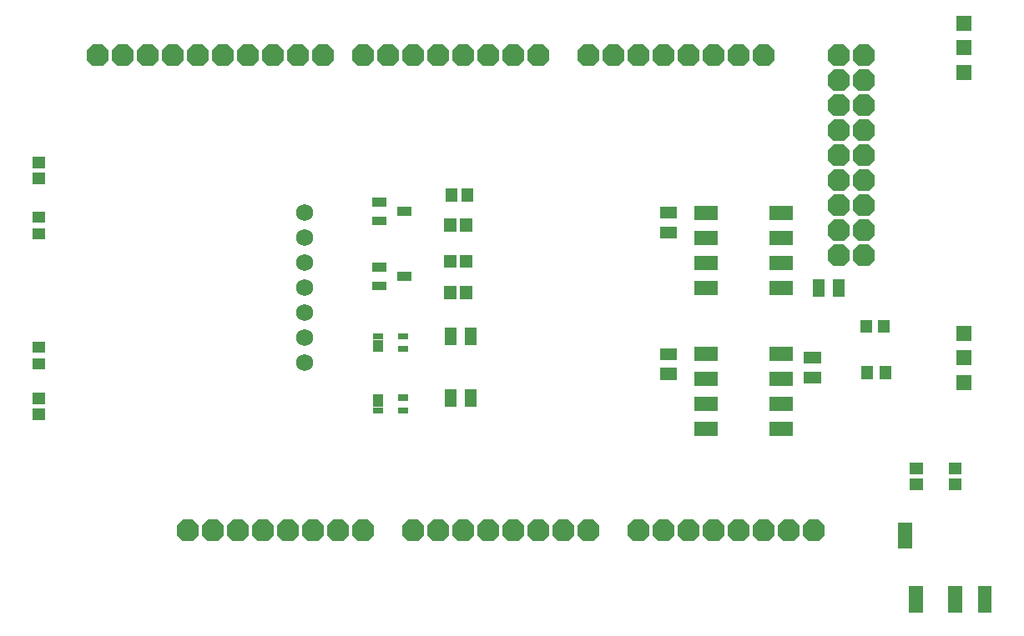
<source format=gts>
G04 Layer: TopSolderMaskLayer*
G04 EasyEDA v6.4.7, 2020-10-15T23:24:37+03:00*
G04 37922d4682a6484ebcb2293b3ba01163,bea71ea263694c76901d4690734711c5,10*
G04 Gerber Generator version 0.2*
G04 Scale: 100 percent, Rotated: No, Reflected: No *
G04 Dimensions in millimeters *
G04 leading zeros omitted , absolute positions ,3 integer and 3 decimal *
%FSLAX33Y33*%
%MOMM*%
G90*
D02*

%ADD31R,1.625600X1.625600*%
%ADD41C,1.727200*%

%LPD*%
G54D31*
G01X97155Y31445D03*
G01X97155Y28956D03*
G01X97155Y26466D03*
G01X97155Y62941D03*
G01X97155Y60452D03*
G01X97155Y57962D03*
G36*
G01X2651Y46603D02*
G01X2651Y47807D01*
G01X3954Y47807D01*
G01X3954Y46603D01*
G01X2651Y46603D01*
G37*
G36*
G01X2651Y48204D02*
G01X2651Y49408D01*
G01X3954Y49408D01*
G01X3954Y48204D01*
G01X2651Y48204D01*
G37*
G36*
G01X2700Y29507D02*
G01X2700Y30609D01*
G01X3903Y30609D01*
G01X3903Y29507D01*
G01X2700Y29507D01*
G37*
G36*
G01X2700Y27807D02*
G01X2700Y28910D01*
G01X3903Y28910D01*
G01X3903Y27807D01*
G01X2700Y27807D01*
G37*
G36*
G01X83837Y35191D02*
G01X83837Y36944D01*
G01X85039Y36944D01*
G01X85039Y35191D01*
G01X83837Y35191D01*
G37*
G36*
G01X81836Y35191D02*
G01X81836Y36944D01*
G01X83040Y36944D01*
G01X83040Y35191D01*
G01X81836Y35191D01*
G37*
G36*
G01X80911Y28338D02*
G01X80911Y29542D01*
G01X82664Y29542D01*
G01X82664Y28338D01*
G01X80911Y28338D01*
G37*
G36*
G01X80911Y26337D02*
G01X80911Y27541D01*
G01X82664Y27541D01*
G01X82664Y26337D01*
G01X80911Y26337D01*
G37*
G36*
G01X2700Y41015D02*
G01X2700Y42118D01*
G01X3903Y42118D01*
G01X3903Y41015D01*
G01X2700Y41015D01*
G37*
G36*
G01X2700Y42715D02*
G01X2700Y43820D01*
G01X3903Y43820D01*
G01X3903Y42715D01*
G01X2700Y42715D01*
G37*
G36*
G01X46499Y24015D02*
G01X46499Y25768D01*
G01X47701Y25768D01*
G01X47701Y24015D01*
G01X46499Y24015D01*
G37*
G36*
G01X44498Y24015D02*
G01X44498Y25768D01*
G01X45702Y25768D01*
G01X45702Y24015D01*
G01X44498Y24015D01*
G37*
G36*
G01X46499Y30238D02*
G01X46499Y31991D01*
G01X47701Y31991D01*
G01X47701Y30238D01*
G01X46499Y30238D01*
G37*
G36*
G01X44498Y30238D02*
G01X44498Y31991D01*
G01X45702Y31991D01*
G01X45702Y30238D01*
G01X44498Y30238D01*
G37*
G36*
G01X66306Y41069D02*
G01X66306Y42273D01*
G01X68059Y42273D01*
G01X68059Y41069D01*
G01X66306Y41069D01*
G37*
G36*
G01X66306Y43070D02*
G01X66306Y44274D01*
G01X68059Y44274D01*
G01X68059Y43070D01*
G01X66306Y43070D01*
G37*
G36*
G01X66306Y26718D02*
G01X66306Y27922D01*
G01X68059Y27922D01*
G01X68059Y26718D01*
G01X66306Y26718D01*
G37*
G36*
G01X66306Y28719D02*
G01X66306Y29923D01*
G01X68059Y29923D01*
G01X68059Y28719D01*
G01X66306Y28719D01*
G37*
G36*
G01X2651Y24201D02*
G01X2651Y25405D01*
G01X3954Y25405D01*
G01X3954Y24201D01*
G01X2651Y24201D01*
G37*
G36*
G01X2651Y22600D02*
G01X2651Y23804D01*
G01X3954Y23804D01*
G01X3954Y22600D01*
G01X2651Y22600D01*
G37*
G36*
G01X86636Y31478D02*
G01X86636Y32783D01*
G01X87840Y32783D01*
G01X87840Y31478D01*
G01X86636Y31478D01*
G37*
G36*
G01X88437Y31478D02*
G01X88437Y32783D01*
G01X89641Y32783D01*
G01X89641Y31478D01*
G01X88437Y31478D01*
G37*
G36*
G01X86763Y26779D02*
G01X86763Y28084D01*
G01X87967Y28084D01*
G01X87967Y26779D01*
G01X86763Y26779D01*
G37*
G36*
G01X88564Y26779D02*
G01X88564Y28084D01*
G01X89768Y28084D01*
G01X89768Y26779D01*
G01X88564Y26779D01*
G37*
G36*
G01X90487Y9542D02*
G01X90487Y12245D01*
G01X91889Y12245D01*
G01X91889Y9542D01*
G01X90487Y9542D01*
G37*
G36*
G01X91587Y3042D02*
G01X91587Y5745D01*
G01X92989Y5745D01*
G01X92989Y3042D01*
G01X91587Y3042D01*
G37*
G36*
G01X95587Y3042D02*
G01X95587Y5745D01*
G01X96989Y5745D01*
G01X96989Y3042D01*
G01X95587Y3042D01*
G37*
G36*
G01X98587Y3042D02*
G01X98587Y5745D01*
G01X99989Y5745D01*
G01X99989Y3042D01*
G01X98587Y3042D01*
G37*
G36*
G01X39639Y36758D02*
G01X39639Y37663D01*
G01X41092Y37663D01*
G01X41092Y36758D01*
G01X39639Y36758D01*
G37*
G36*
G01X37139Y35808D02*
G01X37139Y36713D01*
G01X38592Y36713D01*
G01X38592Y35808D01*
G01X37139Y35808D01*
G37*
G36*
G01X37139Y37708D02*
G01X37139Y38613D01*
G01X38592Y38613D01*
G01X38592Y37708D01*
G01X37139Y37708D01*
G37*
G36*
G01X39639Y43362D02*
G01X39639Y44267D01*
G01X41092Y44267D01*
G01X41092Y43362D01*
G01X39639Y43362D01*
G37*
G36*
G01X37139Y42412D02*
G01X37139Y43317D01*
G01X38592Y43317D01*
G01X38592Y42412D01*
G01X37139Y42412D01*
G37*
G36*
G01X37139Y44312D02*
G01X37139Y45217D01*
G01X38592Y45217D01*
G01X38592Y44312D01*
G01X37139Y44312D01*
G37*
G36*
G01X46045Y38082D02*
G01X46045Y39387D01*
G01X47249Y39387D01*
G01X47249Y38082D01*
G01X46045Y38082D01*
G37*
G36*
G01X44444Y38082D02*
G01X44444Y39387D01*
G01X45648Y39387D01*
G01X45648Y38082D01*
G01X44444Y38082D01*
G37*
G36*
G01X44444Y34907D02*
G01X44444Y36212D01*
G01X45648Y36212D01*
G01X45648Y34907D01*
G01X44444Y34907D01*
G37*
G36*
G01X46045Y34907D02*
G01X46045Y36212D01*
G01X47249Y36212D01*
G01X47249Y34907D01*
G01X46045Y34907D01*
G37*
G36*
G01X46172Y44813D02*
G01X46172Y46118D01*
G01X47376Y46118D01*
G01X47376Y44813D01*
G01X46172Y44813D01*
G37*
G36*
G01X44571Y44813D02*
G01X44571Y46118D01*
G01X45775Y46118D01*
G01X45775Y44813D01*
G01X44571Y44813D01*
G37*
G36*
G01X44444Y41765D02*
G01X44444Y43070D01*
G01X45648Y43070D01*
G01X45648Y41765D01*
G01X44444Y41765D01*
G37*
G36*
G01X46045Y41765D02*
G01X46045Y43070D01*
G01X47249Y43070D01*
G01X47249Y41765D01*
G01X46045Y41765D01*
G37*
G36*
G01X95613Y15488D02*
G01X95613Y16692D01*
G01X96918Y16692D01*
G01X96918Y15488D01*
G01X95613Y15488D01*
G37*
G36*
G01X95613Y17089D02*
G01X95613Y18293D01*
G01X96918Y18293D01*
G01X96918Y17089D01*
G01X95613Y17089D01*
G37*
G36*
G01X91676Y15488D02*
G01X91676Y16692D01*
G01X92981Y16692D01*
G01X92981Y15488D01*
G01X91676Y15488D01*
G37*
G36*
G01X91676Y17089D02*
G01X91676Y18293D01*
G01X92981Y18293D01*
G01X92981Y17089D01*
G01X91676Y17089D01*
G37*
G36*
G01X37236Y24604D02*
G01X37236Y25209D01*
G01X38239Y25209D01*
G01X38239Y24604D01*
G01X37236Y24604D01*
G37*
G36*
G01X37236Y23954D02*
G01X37236Y24559D01*
G01X38239Y24559D01*
G01X38239Y23954D01*
G01X37236Y23954D01*
G37*
G36*
G01X37236Y23304D02*
G01X37236Y23909D01*
G01X38239Y23909D01*
G01X38239Y23304D01*
G01X37236Y23304D01*
G37*
G36*
G01X39738Y23304D02*
G01X39738Y23909D01*
G01X40741Y23909D01*
G01X40741Y23304D01*
G01X39738Y23304D01*
G37*
G36*
G01X39738Y24604D02*
G01X39738Y25209D01*
G01X40741Y25209D01*
G01X40741Y24604D01*
G01X39738Y24604D01*
G37*
G36*
G01X37236Y30827D02*
G01X37236Y31432D01*
G01X38239Y31432D01*
G01X38239Y30827D01*
G01X37236Y30827D01*
G37*
G36*
G01X37236Y30177D02*
G01X37236Y30782D01*
G01X38239Y30782D01*
G01X38239Y30177D01*
G01X37236Y30177D01*
G37*
G36*
G01X37236Y29527D02*
G01X37236Y30132D01*
G01X38239Y30132D01*
G01X38239Y29527D01*
G01X37236Y29527D01*
G37*
G36*
G01X39738Y29527D02*
G01X39738Y30132D01*
G01X40741Y30132D01*
G01X40741Y29527D01*
G01X39738Y29527D01*
G37*
G36*
G01X39738Y30827D02*
G01X39738Y31432D01*
G01X40741Y31432D01*
G01X40741Y30827D01*
G01X39738Y30827D01*
G37*
G36*
G01X69801Y42979D02*
G01X69801Y44394D01*
G01X72186Y44394D01*
G01X72186Y42979D01*
G01X69801Y42979D01*
G37*
G36*
G01X69801Y40439D02*
G01X69801Y41854D01*
G01X72186Y41854D01*
G01X72186Y40439D01*
G01X69801Y40439D01*
G37*
G36*
G01X77421Y40439D02*
G01X77421Y41854D01*
G01X79806Y41854D01*
G01X79806Y40439D01*
G01X77421Y40439D01*
G37*
G36*
G01X77421Y42979D02*
G01X77421Y44394D01*
G01X79806Y44394D01*
G01X79806Y42979D01*
G01X77421Y42979D01*
G37*
G36*
G01X69801Y37899D02*
G01X69801Y39314D01*
G01X72186Y39314D01*
G01X72186Y37899D01*
G01X69801Y37899D01*
G37*
G36*
G01X69801Y35359D02*
G01X69801Y36774D01*
G01X72186Y36774D01*
G01X72186Y35359D01*
G01X69801Y35359D01*
G37*
G36*
G01X77421Y37899D02*
G01X77421Y39314D01*
G01X79806Y39314D01*
G01X79806Y37899D01*
G01X77421Y37899D01*
G37*
G36*
G01X77421Y35359D02*
G01X77421Y36774D01*
G01X79806Y36774D01*
G01X79806Y35359D01*
G01X77421Y35359D01*
G37*
G36*
G01X69801Y28628D02*
G01X69801Y30043D01*
G01X72186Y30043D01*
G01X72186Y28628D01*
G01X69801Y28628D01*
G37*
G36*
G01X69801Y26088D02*
G01X69801Y27503D01*
G01X72186Y27503D01*
G01X72186Y26088D01*
G01X69801Y26088D01*
G37*
G36*
G01X77421Y26088D02*
G01X77421Y27503D01*
G01X79806Y27503D01*
G01X79806Y26088D01*
G01X77421Y26088D01*
G37*
G36*
G01X77421Y28628D02*
G01X77421Y30043D01*
G01X79806Y30043D01*
G01X79806Y28628D01*
G01X77421Y28628D01*
G37*
G36*
G01X69801Y23548D02*
G01X69801Y24963D01*
G01X72186Y24963D01*
G01X72186Y23548D01*
G01X69801Y23548D01*
G37*
G36*
G01X69801Y21008D02*
G01X69801Y22423D01*
G01X72186Y22423D01*
G01X72186Y21008D01*
G01X69801Y21008D01*
G37*
G36*
G01X77421Y23548D02*
G01X77421Y24963D01*
G01X79806Y24963D01*
G01X79806Y23548D01*
G01X77421Y23548D01*
G37*
G36*
G01X77421Y21008D02*
G01X77421Y22423D01*
G01X79806Y22423D01*
G01X79806Y21008D01*
G01X77421Y21008D01*
G37*
G54D41*
G01X30226Y43688D03*
G01X30226Y41148D03*
G01X30226Y38608D03*
G01X30226Y36068D03*
G01X30226Y33528D03*
G01X30226Y30988D03*
G01X30226Y28448D03*
G36*
G01X8729Y58587D02*
G01X8168Y59148D01*
G01X8168Y60231D01*
G01X8729Y60792D01*
G01X9812Y60792D01*
G01X10373Y60231D01*
G01X10373Y59148D01*
G01X9812Y58587D01*
G01X8729Y58587D01*
G37*
G36*
G01X11269Y58587D02*
G01X10708Y59148D01*
G01X10708Y60231D01*
G01X11269Y60792D01*
G01X12352Y60792D01*
G01X12913Y60231D01*
G01X12913Y59148D01*
G01X12352Y58587D01*
G01X11269Y58587D01*
G37*
G36*
G01X13809Y58587D02*
G01X13248Y59148D01*
G01X13248Y60231D01*
G01X13809Y60792D01*
G01X14892Y60792D01*
G01X15453Y60231D01*
G01X15453Y59148D01*
G01X14892Y58587D01*
G01X13809Y58587D01*
G37*
G36*
G01X16349Y58587D02*
G01X15788Y59148D01*
G01X15788Y60231D01*
G01X16349Y60792D01*
G01X17432Y60792D01*
G01X17993Y60231D01*
G01X17993Y59148D01*
G01X17432Y58587D01*
G01X16349Y58587D01*
G37*
G36*
G01X18889Y58587D02*
G01X18328Y59148D01*
G01X18328Y60231D01*
G01X18889Y60792D01*
G01X19972Y60792D01*
G01X20533Y60231D01*
G01X20533Y59148D01*
G01X19972Y58587D01*
G01X18889Y58587D01*
G37*
G36*
G01X21429Y58587D02*
G01X20868Y59148D01*
G01X20868Y60231D01*
G01X21429Y60792D01*
G01X22512Y60792D01*
G01X23073Y60231D01*
G01X23073Y59148D01*
G01X22512Y58587D01*
G01X21429Y58587D01*
G37*
G36*
G01X23969Y58587D02*
G01X23408Y59148D01*
G01X23408Y60231D01*
G01X23969Y60792D01*
G01X25052Y60792D01*
G01X25613Y60231D01*
G01X25613Y59148D01*
G01X25052Y58587D01*
G01X23969Y58587D01*
G37*
G36*
G01X26509Y58587D02*
G01X25948Y59148D01*
G01X25948Y60231D01*
G01X26509Y60792D01*
G01X27592Y60792D01*
G01X28153Y60231D01*
G01X28153Y59148D01*
G01X27592Y58587D01*
G01X26509Y58587D01*
G37*
G36*
G01X29049Y58587D02*
G01X28488Y59148D01*
G01X28488Y60231D01*
G01X29049Y60792D01*
G01X30132Y60792D01*
G01X30693Y60231D01*
G01X30693Y59148D01*
G01X30132Y58587D01*
G01X29049Y58587D01*
G37*
G36*
G01X31589Y58587D02*
G01X31028Y59148D01*
G01X31028Y60231D01*
G01X31589Y60792D01*
G01X32672Y60792D01*
G01X33233Y60231D01*
G01X33233Y59148D01*
G01X32672Y58587D01*
G01X31589Y58587D01*
G37*
G36*
G01X53433Y58587D02*
G01X52872Y59148D01*
G01X52872Y60231D01*
G01X53433Y60792D01*
G01X54516Y60792D01*
G01X55077Y60231D01*
G01X55077Y59148D01*
G01X54516Y58587D01*
G01X53433Y58587D01*
G37*
G36*
G01X50893Y58587D02*
G01X50332Y59148D01*
G01X50332Y60231D01*
G01X50893Y60792D01*
G01X51976Y60792D01*
G01X52537Y60231D01*
G01X52537Y59148D01*
G01X51976Y58587D01*
G01X50893Y58587D01*
G37*
G36*
G01X48353Y58587D02*
G01X47792Y59148D01*
G01X47792Y60231D01*
G01X48353Y60792D01*
G01X49436Y60792D01*
G01X49997Y60231D01*
G01X49997Y59148D01*
G01X49436Y58587D01*
G01X48353Y58587D01*
G37*
G36*
G01X45813Y58587D02*
G01X45252Y59148D01*
G01X45252Y60231D01*
G01X45813Y60792D01*
G01X46896Y60792D01*
G01X47457Y60231D01*
G01X47457Y59148D01*
G01X46896Y58587D01*
G01X45813Y58587D01*
G37*
G36*
G01X43273Y58587D02*
G01X42712Y59148D01*
G01X42712Y60231D01*
G01X43273Y60792D01*
G01X44356Y60792D01*
G01X44917Y60231D01*
G01X44917Y59148D01*
G01X44356Y58587D01*
G01X43273Y58587D01*
G37*
G36*
G01X40733Y58587D02*
G01X40172Y59148D01*
G01X40172Y60231D01*
G01X40733Y60792D01*
G01X41816Y60792D01*
G01X42377Y60231D01*
G01X42377Y59148D01*
G01X41816Y58587D01*
G01X40733Y58587D01*
G37*
G36*
G01X38193Y58587D02*
G01X37632Y59148D01*
G01X37632Y60231D01*
G01X38193Y60792D01*
G01X39276Y60792D01*
G01X39837Y60231D01*
G01X39837Y59148D01*
G01X39276Y58587D01*
G01X38193Y58587D01*
G37*
G36*
G01X35653Y58587D02*
G01X35092Y59148D01*
G01X35092Y60231D01*
G01X35653Y60792D01*
G01X36736Y60792D01*
G01X37297Y60231D01*
G01X37297Y59148D01*
G01X36736Y58587D01*
G01X35653Y58587D01*
G37*
G36*
G01X76293Y58587D02*
G01X75732Y59148D01*
G01X75732Y60231D01*
G01X76293Y60792D01*
G01X77376Y60792D01*
G01X77937Y60231D01*
G01X77937Y59148D01*
G01X77376Y58587D01*
G01X76293Y58587D01*
G37*
G36*
G01X73753Y58587D02*
G01X73192Y59148D01*
G01X73192Y60231D01*
G01X73753Y60792D01*
G01X74836Y60792D01*
G01X75397Y60231D01*
G01X75397Y59148D01*
G01X74836Y58587D01*
G01X73753Y58587D01*
G37*
G36*
G01X71213Y58587D02*
G01X70652Y59148D01*
G01X70652Y60231D01*
G01X71213Y60792D01*
G01X72296Y60792D01*
G01X72857Y60231D01*
G01X72857Y59148D01*
G01X72296Y58587D01*
G01X71213Y58587D01*
G37*
G36*
G01X68673Y58587D02*
G01X68112Y59148D01*
G01X68112Y60231D01*
G01X68673Y60792D01*
G01X69756Y60792D01*
G01X70317Y60231D01*
G01X70317Y59148D01*
G01X69756Y58587D01*
G01X68673Y58587D01*
G37*
G36*
G01X66133Y58587D02*
G01X65572Y59148D01*
G01X65572Y60231D01*
G01X66133Y60792D01*
G01X67216Y60792D01*
G01X67777Y60231D01*
G01X67777Y59148D01*
G01X67216Y58587D01*
G01X66133Y58587D01*
G37*
G36*
G01X63593Y58587D02*
G01X63032Y59148D01*
G01X63032Y60231D01*
G01X63593Y60792D01*
G01X64676Y60792D01*
G01X65237Y60231D01*
G01X65237Y59148D01*
G01X64676Y58587D01*
G01X63593Y58587D01*
G37*
G36*
G01X61053Y58587D02*
G01X60492Y59148D01*
G01X60492Y60231D01*
G01X61053Y60792D01*
G01X62136Y60792D01*
G01X62697Y60231D01*
G01X62697Y59148D01*
G01X62136Y58587D01*
G01X61053Y58587D01*
G37*
G36*
G01X58513Y58587D02*
G01X57952Y59148D01*
G01X57952Y60231D01*
G01X58513Y60792D01*
G01X59596Y60792D01*
G01X60157Y60231D01*
G01X60157Y59148D01*
G01X59596Y58587D01*
G01X58513Y58587D01*
G37*
G36*
G01X81373Y10327D02*
G01X80812Y10888D01*
G01X80812Y11971D01*
G01X81373Y12532D01*
G01X82456Y12532D01*
G01X83017Y11971D01*
G01X83017Y10888D01*
G01X82456Y10327D01*
G01X81373Y10327D01*
G37*
G36*
G01X78833Y10327D02*
G01X78272Y10888D01*
G01X78272Y11971D01*
G01X78833Y12532D01*
G01X79916Y12532D01*
G01X80477Y11971D01*
G01X80477Y10888D01*
G01X79916Y10327D01*
G01X78833Y10327D01*
G37*
G36*
G01X76293Y10327D02*
G01X75732Y10888D01*
G01X75732Y11971D01*
G01X76293Y12532D01*
G01X77376Y12532D01*
G01X77937Y11971D01*
G01X77937Y10888D01*
G01X77376Y10327D01*
G01X76293Y10327D01*
G37*
G36*
G01X73753Y10327D02*
G01X73192Y10888D01*
G01X73192Y11971D01*
G01X73753Y12532D01*
G01X74836Y12532D01*
G01X75397Y11971D01*
G01X75397Y10888D01*
G01X74836Y10327D01*
G01X73753Y10327D01*
G37*
G36*
G01X71213Y10327D02*
G01X70652Y10888D01*
G01X70652Y11971D01*
G01X71213Y12532D01*
G01X72296Y12532D01*
G01X72857Y11971D01*
G01X72857Y10888D01*
G01X72296Y10327D01*
G01X71213Y10327D01*
G37*
G36*
G01X68673Y10327D02*
G01X68112Y10888D01*
G01X68112Y11971D01*
G01X68673Y12532D01*
G01X69756Y12532D01*
G01X70317Y11971D01*
G01X70317Y10888D01*
G01X69756Y10327D01*
G01X68673Y10327D01*
G37*
G36*
G01X66133Y10327D02*
G01X65572Y10888D01*
G01X65572Y11971D01*
G01X66133Y12532D01*
G01X67216Y12532D01*
G01X67777Y11971D01*
G01X67777Y10888D01*
G01X67216Y10327D01*
G01X66133Y10327D01*
G37*
G36*
G01X63593Y10327D02*
G01X63032Y10888D01*
G01X63032Y11971D01*
G01X63593Y12532D01*
G01X64676Y12532D01*
G01X65237Y11971D01*
G01X65237Y10888D01*
G01X64676Y10327D01*
G01X63593Y10327D01*
G37*
G36*
G01X58513Y10327D02*
G01X57952Y10888D01*
G01X57952Y11971D01*
G01X58513Y12532D01*
G01X59596Y12532D01*
G01X60157Y11971D01*
G01X60157Y10888D01*
G01X59596Y10327D01*
G01X58513Y10327D01*
G37*
G36*
G01X55973Y10327D02*
G01X55412Y10888D01*
G01X55412Y11971D01*
G01X55973Y12532D01*
G01X57056Y12532D01*
G01X57617Y11971D01*
G01X57617Y10888D01*
G01X57056Y10327D01*
G01X55973Y10327D01*
G37*
G36*
G01X53433Y10327D02*
G01X52872Y10888D01*
G01X52872Y11971D01*
G01X53433Y12532D01*
G01X54516Y12532D01*
G01X55077Y11971D01*
G01X55077Y10888D01*
G01X54516Y10327D01*
G01X53433Y10327D01*
G37*
G36*
G01X50893Y10327D02*
G01X50332Y10888D01*
G01X50332Y11971D01*
G01X50893Y12532D01*
G01X51976Y12532D01*
G01X52537Y11971D01*
G01X52537Y10888D01*
G01X51976Y10327D01*
G01X50893Y10327D01*
G37*
G36*
G01X48353Y10327D02*
G01X47792Y10888D01*
G01X47792Y11971D01*
G01X48353Y12532D01*
G01X49436Y12532D01*
G01X49997Y11971D01*
G01X49997Y10888D01*
G01X49436Y10327D01*
G01X48353Y10327D01*
G37*
G36*
G01X45813Y10327D02*
G01X45252Y10888D01*
G01X45252Y11971D01*
G01X45813Y12532D01*
G01X46896Y12532D01*
G01X47457Y11971D01*
G01X47457Y10888D01*
G01X46896Y10327D01*
G01X45813Y10327D01*
G37*
G36*
G01X43273Y10327D02*
G01X42712Y10888D01*
G01X42712Y11971D01*
G01X43273Y12532D01*
G01X44356Y12532D01*
G01X44917Y11971D01*
G01X44917Y10888D01*
G01X44356Y10327D01*
G01X43273Y10327D01*
G37*
G36*
G01X40733Y10327D02*
G01X40172Y10888D01*
G01X40172Y11971D01*
G01X40733Y12532D01*
G01X41816Y12532D01*
G01X42377Y11971D01*
G01X42377Y10888D01*
G01X41816Y10327D01*
G01X40733Y10327D01*
G37*
G36*
G01X35653Y10327D02*
G01X35092Y10888D01*
G01X35092Y11971D01*
G01X35653Y12532D01*
G01X36736Y12532D01*
G01X37297Y11971D01*
G01X37297Y10888D01*
G01X36736Y10327D01*
G01X35653Y10327D01*
G37*
G36*
G01X33113Y10327D02*
G01X32552Y10888D01*
G01X32552Y11971D01*
G01X33113Y12532D01*
G01X34196Y12532D01*
G01X34757Y11971D01*
G01X34757Y10888D01*
G01X34196Y10327D01*
G01X33113Y10327D01*
G37*
G36*
G01X30573Y10327D02*
G01X30012Y10888D01*
G01X30012Y11971D01*
G01X30573Y12532D01*
G01X31656Y12532D01*
G01X32217Y11971D01*
G01X32217Y10888D01*
G01X31656Y10327D01*
G01X30573Y10327D01*
G37*
G36*
G01X28033Y10327D02*
G01X27472Y10888D01*
G01X27472Y11971D01*
G01X28033Y12532D01*
G01X29116Y12532D01*
G01X29677Y11971D01*
G01X29677Y10888D01*
G01X29116Y10327D01*
G01X28033Y10327D01*
G37*
G36*
G01X25493Y10327D02*
G01X24932Y10888D01*
G01X24932Y11971D01*
G01X25493Y12532D01*
G01X26576Y12532D01*
G01X27137Y11971D01*
G01X27137Y10888D01*
G01X26576Y10327D01*
G01X25493Y10327D01*
G37*
G36*
G01X22953Y10327D02*
G01X22392Y10888D01*
G01X22392Y11971D01*
G01X22953Y12532D01*
G01X24036Y12532D01*
G01X24597Y11971D01*
G01X24597Y10888D01*
G01X24036Y10327D01*
G01X22953Y10327D01*
G37*
G36*
G01X20413Y10327D02*
G01X19852Y10888D01*
G01X19852Y11971D01*
G01X20413Y12532D01*
G01X21496Y12532D01*
G01X22057Y11971D01*
G01X22057Y10888D01*
G01X21496Y10327D01*
G01X20413Y10327D01*
G37*
G36*
G01X17873Y10327D02*
G01X17312Y10888D01*
G01X17312Y11971D01*
G01X17873Y12532D01*
G01X18956Y12532D01*
G01X19517Y11971D01*
G01X19517Y10888D01*
G01X18956Y10327D01*
G01X17873Y10327D01*
G37*
G36*
G01X83913Y40807D02*
G01X83352Y41368D01*
G01X83352Y42451D01*
G01X83913Y43012D01*
G01X84996Y43012D01*
G01X85557Y42451D01*
G01X85557Y41368D01*
G01X84996Y40807D01*
G01X83913Y40807D01*
G37*
G36*
G01X83913Y43347D02*
G01X83352Y43908D01*
G01X83352Y44991D01*
G01X83913Y45552D01*
G01X84996Y45552D01*
G01X85557Y44991D01*
G01X85557Y43908D01*
G01X84996Y43347D01*
G01X83913Y43347D01*
G37*
G36*
G01X83913Y45887D02*
G01X83352Y46448D01*
G01X83352Y47531D01*
G01X83913Y48092D01*
G01X84996Y48092D01*
G01X85557Y47531D01*
G01X85557Y46448D01*
G01X84996Y45887D01*
G01X83913Y45887D01*
G37*
G36*
G01X83913Y48427D02*
G01X83352Y48988D01*
G01X83352Y50071D01*
G01X83913Y50632D01*
G01X84996Y50632D01*
G01X85557Y50071D01*
G01X85557Y48988D01*
G01X84996Y48427D01*
G01X83913Y48427D01*
G37*
G36*
G01X83913Y50967D02*
G01X83352Y51528D01*
G01X83352Y52611D01*
G01X83913Y53172D01*
G01X84996Y53172D01*
G01X85557Y52611D01*
G01X85557Y51528D01*
G01X84996Y50967D01*
G01X83913Y50967D01*
G37*
G36*
G01X83913Y53507D02*
G01X83352Y54068D01*
G01X83352Y55151D01*
G01X83913Y55712D01*
G01X84996Y55712D01*
G01X85557Y55151D01*
G01X85557Y54068D01*
G01X84996Y53507D01*
G01X83913Y53507D01*
G37*
G36*
G01X83913Y56047D02*
G01X83352Y56608D01*
G01X83352Y57691D01*
G01X83913Y58252D01*
G01X84996Y58252D01*
G01X85557Y57691D01*
G01X85557Y56608D01*
G01X84996Y56047D01*
G01X83913Y56047D01*
G37*
G36*
G01X83913Y58587D02*
G01X83352Y59148D01*
G01X83352Y60231D01*
G01X83913Y60792D01*
G01X84996Y60792D01*
G01X85557Y60231D01*
G01X85557Y59148D01*
G01X84996Y58587D01*
G01X83913Y58587D01*
G37*
G36*
G01X83913Y38267D02*
G01X83352Y38828D01*
G01X83352Y39911D01*
G01X83913Y40472D01*
G01X84996Y40472D01*
G01X85557Y39911D01*
G01X85557Y38828D01*
G01X84996Y38267D01*
G01X83913Y38267D01*
G37*
G36*
G01X86453Y38267D02*
G01X85892Y38828D01*
G01X85892Y39911D01*
G01X86453Y40472D01*
G01X87536Y40472D01*
G01X88097Y39911D01*
G01X88097Y38828D01*
G01X87536Y38267D01*
G01X86453Y38267D01*
G37*
G36*
G01X86453Y40807D02*
G01X85892Y41368D01*
G01X85892Y42451D01*
G01X86453Y43012D01*
G01X87536Y43012D01*
G01X88097Y42451D01*
G01X88097Y41368D01*
G01X87536Y40807D01*
G01X86453Y40807D01*
G37*
G36*
G01X86453Y43347D02*
G01X85892Y43908D01*
G01X85892Y44991D01*
G01X86453Y45552D01*
G01X87536Y45552D01*
G01X88097Y44991D01*
G01X88097Y43908D01*
G01X87536Y43347D01*
G01X86453Y43347D01*
G37*
G36*
G01X86453Y45887D02*
G01X85892Y46448D01*
G01X85892Y47531D01*
G01X86453Y48092D01*
G01X87536Y48092D01*
G01X88097Y47531D01*
G01X88097Y46448D01*
G01X87536Y45887D01*
G01X86453Y45887D01*
G37*
G36*
G01X86453Y48427D02*
G01X85892Y48988D01*
G01X85892Y50071D01*
G01X86453Y50632D01*
G01X87536Y50632D01*
G01X88097Y50071D01*
G01X88097Y48988D01*
G01X87536Y48427D01*
G01X86453Y48427D01*
G37*
G36*
G01X86453Y50967D02*
G01X85892Y51528D01*
G01X85892Y52611D01*
G01X86453Y53172D01*
G01X87536Y53172D01*
G01X88097Y52611D01*
G01X88097Y51528D01*
G01X87536Y50967D01*
G01X86453Y50967D01*
G37*
G36*
G01X86453Y53507D02*
G01X85892Y54068D01*
G01X85892Y55151D01*
G01X86453Y55712D01*
G01X87536Y55712D01*
G01X88097Y55151D01*
G01X88097Y54068D01*
G01X87536Y53507D01*
G01X86453Y53507D01*
G37*
G36*
G01X86453Y56047D02*
G01X85892Y56608D01*
G01X85892Y57691D01*
G01X86453Y58252D01*
G01X87536Y58252D01*
G01X88097Y57691D01*
G01X88097Y56608D01*
G01X87536Y56047D01*
G01X86453Y56047D01*
G37*
G36*
G01X86453Y58587D02*
G01X85892Y59148D01*
G01X85892Y60231D01*
G01X86453Y60792D01*
G01X87536Y60792D01*
G01X88097Y60231D01*
G01X88097Y59148D01*
G01X87536Y58587D01*
G01X86453Y58587D01*
G37*
M00*
M02*

</source>
